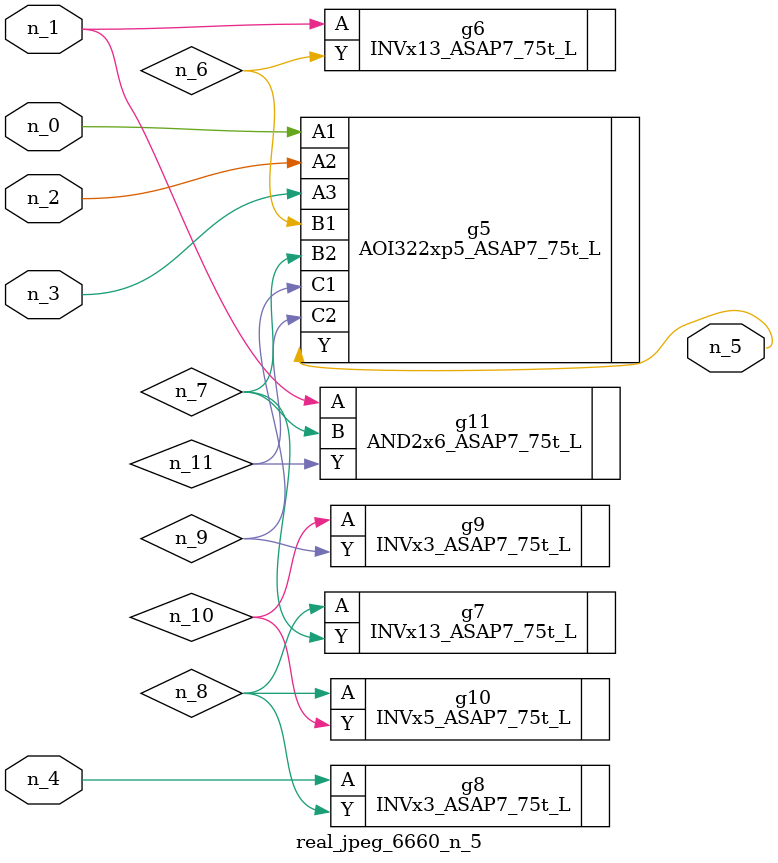
<source format=v>
module real_jpeg_6660_n_5 (n_4, n_0, n_1, n_2, n_3, n_5);

input n_4;
input n_0;
input n_1;
input n_2;
input n_3;

output n_5;

wire n_8;
wire n_11;
wire n_6;
wire n_7;
wire n_10;
wire n_9;

AOI322xp5_ASAP7_75t_L g5 ( 
.A1(n_0),
.A2(n_2),
.A3(n_3),
.B1(n_6),
.B2(n_7),
.C1(n_9),
.C2(n_11),
.Y(n_5)
);

INVx13_ASAP7_75t_L g6 ( 
.A(n_1),
.Y(n_6)
);

AND2x6_ASAP7_75t_L g11 ( 
.A(n_1),
.B(n_7),
.Y(n_11)
);

INVx3_ASAP7_75t_L g8 ( 
.A(n_4),
.Y(n_8)
);

INVx13_ASAP7_75t_L g7 ( 
.A(n_8),
.Y(n_7)
);

INVx5_ASAP7_75t_L g10 ( 
.A(n_8),
.Y(n_10)
);

INVx3_ASAP7_75t_L g9 ( 
.A(n_10),
.Y(n_9)
);


endmodule
</source>
